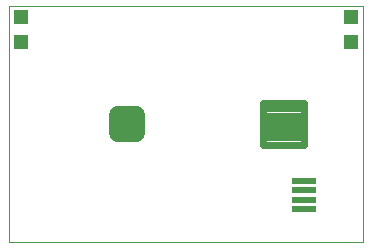
<source format=gbs>
G75*
%MOIN*%
%OFA0B0*%
%FSLAX24Y24*%
%IPPOS*%
%LPD*%
%AMOC8*
5,1,8,0,0,1.08239X$1,22.5*
%
%ADD10C,0.0000*%
%ADD11R,0.0827X0.0197*%
%ADD12C,0.0611*%
%ADD13C,0.0242*%
%ADD14R,0.0512X0.0512*%
D10*
X000680Y000380D02*
X000680Y008254D01*
X012491Y008254D01*
X012491Y000380D01*
X000680Y000380D01*
D11*
X010523Y001482D03*
X010523Y001797D03*
X010523Y002112D03*
X010523Y002427D03*
D12*
X004922Y004012D02*
X004312Y004012D01*
X004312Y004622D01*
X004922Y004622D01*
X004922Y004012D01*
X004922Y004622D02*
X004312Y004622D01*
D13*
X009137Y003631D02*
X010509Y003631D01*
X009137Y003631D02*
X009137Y005003D01*
X010509Y005003D01*
X010509Y003631D01*
X010509Y003872D02*
X009137Y003872D01*
X009137Y004113D02*
X010509Y004113D01*
X010509Y004354D02*
X009137Y004354D01*
X009137Y004595D02*
X010509Y004595D01*
X010509Y004836D02*
X009137Y004836D01*
D14*
X012097Y007053D03*
X012097Y007880D03*
X001074Y007880D03*
X001074Y007053D03*
M02*

</source>
